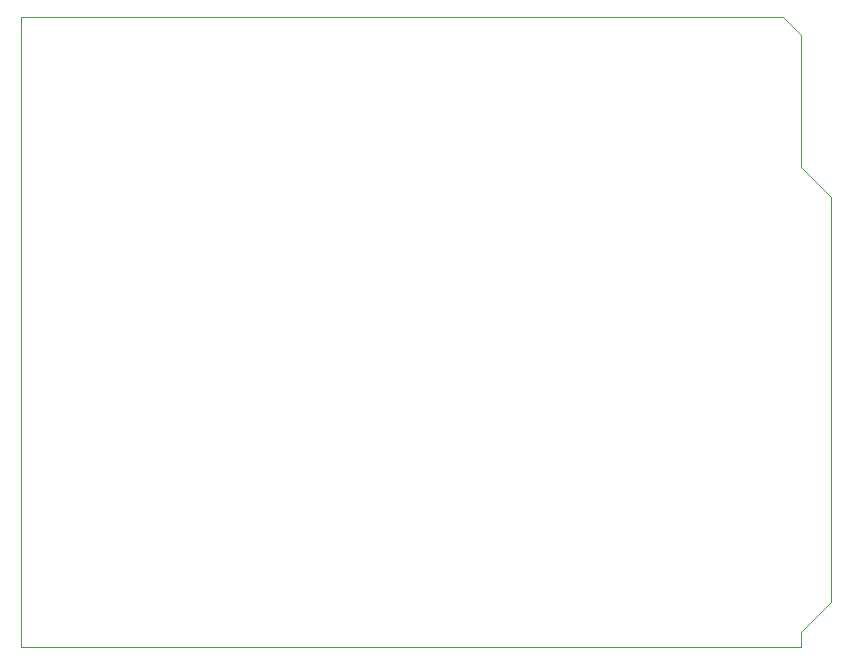
<source format=gbr>
%TF.GenerationSoftware,KiCad,Pcbnew,(6.0.9)*%
%TF.CreationDate,2024-05-17T13:17:35+09:00*%
%TF.ProjectId,DrawingBot-shield,44726177-696e-4674-926f-742d73686965,rev?*%
%TF.SameCoordinates,PX280b770PYa6e49c0*%
%TF.FileFunction,Profile,NP*%
%FSLAX46Y46*%
G04 Gerber Fmt 4.6, Leading zero omitted, Abs format (unit mm)*
G04 Created by KiCad (PCBNEW (6.0.9)) date 2024-05-17 13:17:35*
%MOMM*%
%LPD*%
G01*
G04 APERTURE LIST*
%TA.AperFunction,Profile*%
%ADD10C,0.100000*%
%TD*%
G04 APERTURE END LIST*
D10*
X66040000Y40630000D02*
X66040000Y51800000D01*
X0Y53330000D02*
X0Y0D01*
X66040000Y-10000D02*
X66040000Y1250000D01*
X68580000Y38090000D02*
X66040000Y40630000D01*
X64520000Y53330000D02*
X0Y53330000D01*
X66040000Y1250000D02*
X68580000Y3800000D01*
X66040000Y51800000D02*
X64520000Y53330000D01*
X68580000Y3800000D02*
X68580000Y38090000D01*
X0Y0D02*
X66040000Y-10000D01*
M02*

</source>
